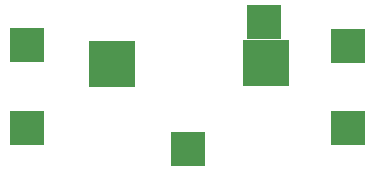
<source format=gbr>
%TF.GenerationSoftware,KiCad,Pcbnew,(6.0.4)*%
%TF.CreationDate,2023-01-17T22:47:36-05:00*%
%TF.ProjectId,Unregulated bridge,556e7265-6775-46c6-9174-656420627269,rev?*%
%TF.SameCoordinates,Original*%
%TF.FileFunction,Copper,L2,Bot*%
%TF.FilePolarity,Positive*%
%FSLAX46Y46*%
G04 Gerber Fmt 4.6, Leading zero omitted, Abs format (unit mm)*
G04 Created by KiCad (PCBNEW (6.0.4)) date 2023-01-17 22:47:36*
%MOMM*%
%LPD*%
G01*
G04 APERTURE LIST*
%TA.AperFunction,ComponentPad*%
%ADD10R,3.000000X3.000000*%
%TD*%
%TA.AperFunction,ComponentPad*%
%ADD11R,4.000000X4.000000*%
%TD*%
G04 APERTURE END LIST*
D10*
%TO.P,,1*%
%TO.N,N/C*%
X31600000Y-7200000D03*
%TD*%
%TO.P,,1*%
%TO.N,N/C*%
X4400000Y-7100000D03*
%TD*%
D11*
%TO.P,Switch,1*%
%TO.N,N/C*%
X24700000Y-8600000D03*
%TO.P,Switch,2*%
X11600000Y-8700000D03*
%TD*%
D10*
%TO.P,REF\u002A\u002A,1*%
%TO.N,N/C*%
X4400000Y-14100000D03*
%TD*%
%TO.P,,1*%
%TO.N,N/C*%
X18100000Y-15900000D03*
%TD*%
%TO.P,,1*%
%TO.N,N/C*%
X31600000Y-14100000D03*
%TD*%
%TO.P,,1*%
%TO.N,N/C*%
X24500000Y-5100000D03*
%TD*%
M02*

</source>
